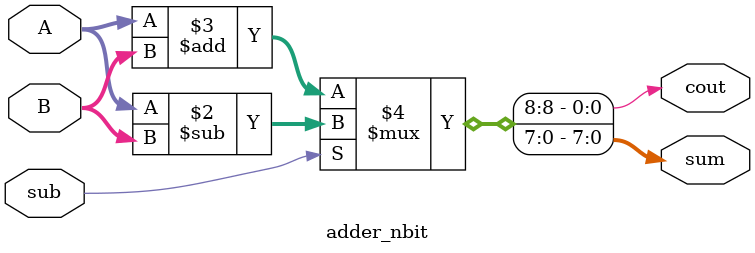
<source format=v>
module adder_nbit
#(
	parameter N = 8 //default
)
(
	input sub,
	input[N-1:0] A,
	input[N-1:0] B,
	output reg cout,
	output reg [N-1:0] sum
);
	always @(*) 
		{cout, sum} = (sub) ? A - B : A + B;
endmodule
</source>
